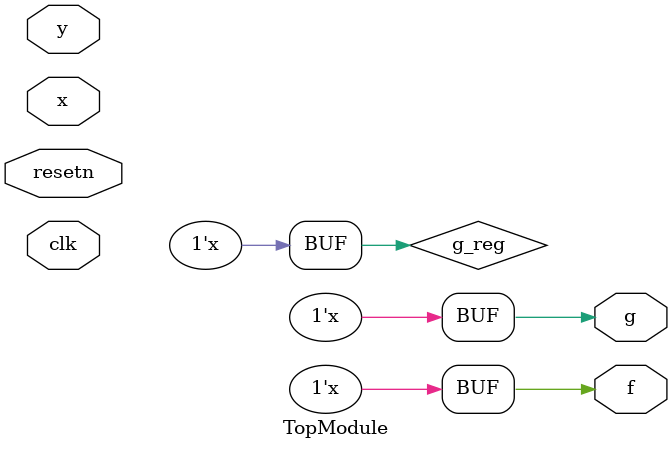
<source format=sv>


module TopModule (
  input clk,
  input resetn,
  input x,
  input y,
  output f,
  output g
);

reg state, next_state;
reg f_reg, g_reg;

always @(posedge clk or negedge resetn) begin
  if (!resetn) begin
    state <= 0; // State A
    f_reg <= 0;
    g_reg <= 0;
  end else begin
    state <= next_state;
    f_reg <= f_reg;
    g_reg <= g_reg;
  end
end

always @(*) begin
  next_state = state;
  f = f_reg;
  g = g_reg;

  case (state)
    0: begin // State A - Reset
      if (!resetn) begin
        next_state = 0;
      end else begin
        next_state = 1;
      end
    end
    1: begin // State B - Initial f=1
      f_reg = 1;
      next_state = 2;
    end
    2: begin // State C - Monitor x
      if (x == 1) begin
        next_state = 3;
      end else begin
        next_state = 2;
      end
    end
    3: begin // State D - Monitor x
      if (x == 1) begin
        next_state = 4;
      end else begin
        next_state = 2;
      end
    end
    4: begin // State E - Monitor x
      if (x == 1) begin
        next_state = 5;
      end else begin
        next_state = 2;
      end
    end
    5: begin // State F - g = 1, monitor y
      g_reg = 1;
      next_state = 6;
    end
    6: begin // State G - Monitor y within 2 cycles
      if (y == 1) begin
        next_state = 7;
      end else begin
        next_state = 8;
      end
    end
    7: begin // State H - g = 1 permanently
      next_state = 7;
    end
    8: begin // State I - g = 0 permanently
      g_reg = 0;
      next_state = 8;
    end
    default: begin
      next_state = 0;
    end
  endcase
end

endmodule

</source>
